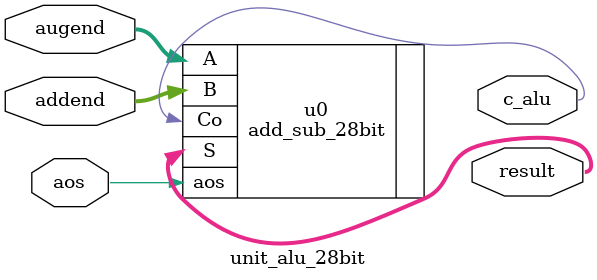
<source format=sv>
module unit_alu_28bit (
    input       logic   [27:0]  augend, addend,
    input       logic           aos,
    output      logic   [27:0]  result,
    output      logic           c_alu
  );

  add_sub_28bit u0 (
                  .A      (augend),
                  .B      (addend),
                  .aos    (aos),
                  .S      (result),
                  .Co     (c_alu)
                );

endmodule

</source>
